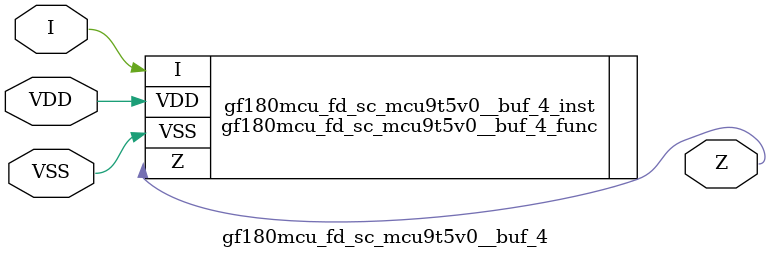
<source format=v>

module gf180mcu_fd_sc_mcu9t5v0__buf_4( I, Z, VDD, VSS );
input I;
inout VDD, VSS;
output Z;

   `ifdef FUNCTIONAL  //  functional //

	gf180mcu_fd_sc_mcu9t5v0__buf_4_func gf180mcu_fd_sc_mcu9t5v0__buf_4_behav_inst(.I(I),.Z(Z),.VDD(VDD),.VSS(VSS));

   `else

	gf180mcu_fd_sc_mcu9t5v0__buf_4_func gf180mcu_fd_sc_mcu9t5v0__buf_4_inst(.I(I),.Z(Z),.VDD(VDD),.VSS(VSS));

	// spec_gates_begin


	// spec_gates_end



   specify

	// specify_block_begin

	// comb arc I --> Z
	 (I => Z) = (1.0,1.0);

	// specify_block_end

   endspecify

   `endif

endmodule

</source>
